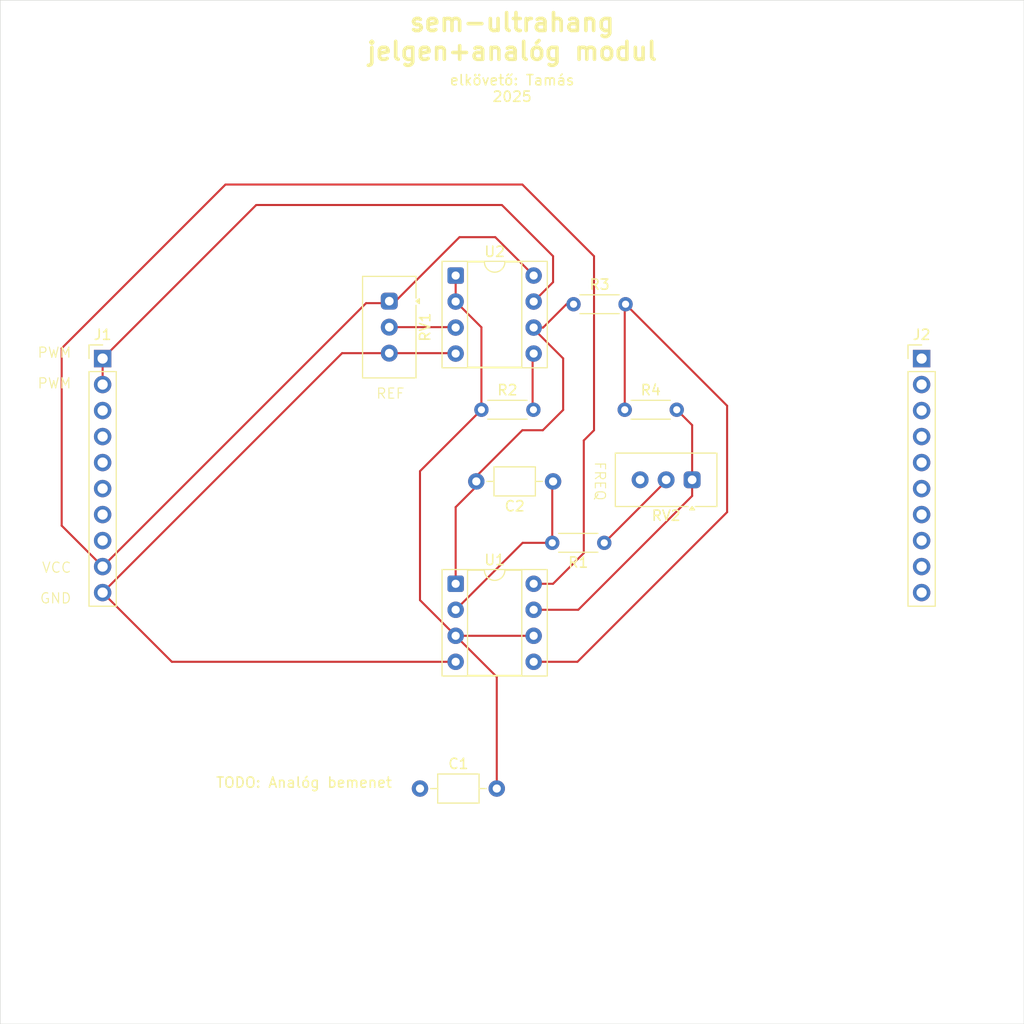
<source format=kicad_pcb>
(kicad_pcb (version 20241229) (generator "pcbnew") (generator_version "9.0")
  (title_block (title "Jelgenerátor és analóg modul") (date "2025-08-23") (rev "1"))
  (layers (0 "F.Cu" signal) (2 "B.Cu" signal) (13 "F.Paste" user) (15 "B.Paste" user) (5 "F.SilkS" user "F.Silkscreen") (7 "B.SilkS" user "B.Silkscreen") (1 "F.Mask" user) (3 "B.Mask" user) (25 "Edge.Cuts" user))
  (net 0 "")
  (net 1 "/analog_input")
  (net 2 "/VREF")
  (net 3 "/triangle_out")
  (net 4 "Net-(U1A--)")
  (net 13 "/pwm_out")
  (net 14 "Net-(R1-Pad1)")
  (net 15 "Net-(U2B-+)")
  (net 16 "Net-(U1B-+)")
  (net 17 "/square_out")
  (net 18 "Net-(U2A-+)")
  (net 26 "VCC")
  (net 27 "GND")
  (footprint "Resistor_THT:R_Axial_DIN0204_L3.6mm_D1.6mm_P5.08mm_Horizontal" (layer "F.Cu") (at 79 73 180)
    (property "Reference" "R1" (at 2.54 -1.92 0) (layer "F.SilkS"))
    (property "Value" "2,4k")
    (fp_line (start 0.62 0.92) (end 4.46 0.92) (stroke (width 0.12)) (layer "F.SilkS"))
    (fp_line (start 0.62 -0.92) (end 4.46 -0.92) (stroke (width 0.12)) (layer "F.SilkS"))
    (pad "1" thru_hole circle (at 0 0 180) (size 1.4 1.4) (drill 0.7) (layers "*.Cu" "*.Mask") (net 14 "Net-(R1-Pad1)"))
    (pad "2" thru_hole oval (at 5.08 0 180) (size 1.4 1.4) (drill 0.7) (layers "*.Cu" "*.Mask") (net 4 "Net-(U1A--)"))
  )
  (footprint "Resistor_THT:R_Axial_DIN0204_L3.6mm_D1.6mm_P5.08mm_Horizontal" (layer "F.Cu") (at 76 49.692)
    (property "Reference" "R3" (at 2.54 -1.92 0) (layer "F.SilkS"))
    (property "Value" "1k")
    (fp_line (start 0.62 -0.92) (end 4.46 -0.92) (stroke (width 0.12)) (layer "F.SilkS"))
    (fp_line (start 0.62 0.92) (end 4.46 0.92) (stroke (width 0.12)) (layer "F.SilkS"))
    (pad "1" thru_hole circle (at 0 0) (size 1.4 1.4) (drill 0.7) (layers "*.Cu" "*.Mask") (net 3 "/triangle_out"))
    (pad "2" thru_hole oval (at 5.08 0) (size 1.4 1.4) (drill 0.7) (layers "*.Cu" "*.Mask") (net 16 "Net-(U1B-+)"))
  )
  (footprint "Resistor_THT:R_Axial_DIN0204_L3.6mm_D1.6mm_P5.08mm_Horizontal" (layer "F.Cu") (at 67 60)
    (property "Reference" "R2" (at 2.54 -1.92 0) (layer "F.SilkS"))
    (property "Value" "1k")
    (fp_line (start 0.62 -0.92) (end 4.46 -0.92) (stroke (width 0.12)) (layer "F.SilkS"))
    (fp_line (start 0.62 0.92) (end 4.46 0.92) (stroke (width 0.12)) (layer "F.SilkS"))
    (pad "1" thru_hole circle (at 0 0) (size 1.4 1.4) (drill 0.7) (layers "*.Cu" "*.Mask") (net 2 "/VREF"))
    (pad "2" thru_hole oval (at 5.08 0) (size 1.4 1.4) (drill 0.7) (layers "*.Cu" "*.Mask") (net 15 "Net-(U2B-+)"))
  )
  (footprint "Potentiometer_THT:Potentiometer_Vishay_T93YA_Vertical" (layer "F.Cu") (at 58 49.392 -90)
    (property "Reference" "RV1" (at 2.54 -3.5 90) (layer "F.SilkS"))
    (property "Value" "R_Potentiometer")
    (fp_line (start -2.42 2.61) (end 7.5 2.61) (stroke (width 0.12)) (layer "F.SilkS"))
    (fp_line (start -2.42 -2.61) (end -2.42 2.61) (stroke (width 0.12)) (layer "F.SilkS"))
    (fp_line (start -2.42 -2.61) (end -0.3 -2.61) (stroke (width 0.12)) (layer "F.SilkS"))
    (fp_line (start 0.4 -2.61) (end 7.5 -2.61) (stroke (width 0.12)) (layer "F.SilkS"))
    (fp_line (start 7.5 -2.61) (end 7.5 2.61) (stroke (width 0.12)) (layer "F.SilkS"))
    (fp_poly (pts (xy 0 -2.61) (xy -0.24 -2.94) (xy 0.24 -2.94) (xy 0 -2.61)) (stroke (width 0.12)) (fill yes) (layer "F.SilkS"))
    (pad "1" thru_hole roundrect (at 0 0 270) (size 1.65 1.65) (drill 0.85) (layers "*.Cu" "*.Mask") (net 26 "VCC"))
    (pad "2" thru_hole circle (at 2.54 0 270) (size 1.65 1.65) (drill 0.85) (layers "*.Cu" "*.Mask") (net 18 "Net-(U2A-+)"))
    (pad "3" thru_hole circle (at 5.08 0 270) (size 1.65 1.65) (drill 0.85) (layers "*.Cu" "*.Mask") (net 27 "GND"))
  )
  (footprint "Connector_PinHeader_2.54mm:PinHeader_1x10_P2.54mm_Vertical" (layer "F.Cu") (at 30 55)
    (property "Reference" "J1" (at 0 -2.33 0) (layer "F.SilkS"))
    (property "Value" "Conn_01x10_Socket")
    (fp_line (start -1.33 -1.33) (end 0 -1.33) (stroke (width 0.12)) (layer "F.SilkS"))
    (fp_line (start -1.33 0) (end -1.33 -1.33) (stroke (width 0.12)) (layer "F.SilkS"))
    (fp_line (start -1.33 1.27) (end -1.33 24.19) (stroke (width 0.12)) (layer "F.SilkS"))
    (fp_line (start -1.33 1.27) (end 1.33 1.27) (stroke (width 0.12)) (layer "F.SilkS"))
    (fp_line (start -1.33 24.19) (end 1.33 24.19) (stroke (width 0.12)) (layer "F.SilkS"))
    (fp_line (start 1.33 1.27) (end 1.33 24.19) (stroke (width 0.12)) (layer "F.SilkS"))
    (pad "1" thru_hole rect (at 0 0) (size 1.7 1.7) (drill 1) (layers "*.Cu" "*.Mask") (net 13 "/pwm_out"))
    (pad "2" thru_hole oval (at 0 2.54) (size 1.7 1.7) (drill 1) (layers "*.Cu" "*.Mask") (net 13 "/pwm_out"))
    (pad "3" thru_hole oval (at 0 5.08) (size 1.7 1.7) (drill 1) (layers "*.Cu" "*.Mask"))
    (pad "4" thru_hole oval (at 0 7.62) (size 1.7 1.7) (drill 1) (layers "*.Cu" "*.Mask"))
    (pad "5" thru_hole oval (at 0 10.16) (size 1.7 1.7) (drill 1) (layers "*.Cu" "*.Mask"))
    (pad "6" thru_hole oval (at 0 12.7) (size 1.7 1.7) (drill 1) (layers "*.Cu" "*.Mask"))
    (pad "7" thru_hole oval (at 0 15.24) (size 1.7 1.7) (drill 1) (layers "*.Cu" "*.Mask"))
    (pad "8" thru_hole oval (at 0 17.78) (size 1.7 1.7) (drill 1) (layers "*.Cu" "*.Mask"))
    (pad "9" thru_hole oval (at 0 20.32) (size 1.7 1.7) (drill 1) (layers "*.Cu" "*.Mask") (net 26 "VCC"))
    (pad "10" thru_hole oval (at 0 22.86) (size 1.7 1.7) (drill 1) (layers "*.Cu" "*.Mask") (net 27 "GND"))
  )
  (footprint "Package_DIP:DIP-8_W7.62mm_Socket" (layer "F.Cu") (at 64.484 77)
    (property "Reference" "U1" (at 3.81 -2.33 0) (layer "F.SilkS"))
    (property "Value" "TL072")
    (fp_line (start 1.16 -1.33) (end 1.16 8.95) (stroke (width 0.12)) (layer "F.SilkS"))
    (fp_line (start 1.16 8.95) (end 6.46 8.95) (stroke (width 0.12)) (layer "F.SilkS"))
    (fp_line (start 2.81 -1.33) (end 1.16 -1.33) (stroke (width 0.12)) (layer "F.SilkS"))
    (fp_line (start 6.46 -1.33) (end 4.81 -1.33) (stroke (width 0.12)) (layer "F.SilkS"))
    (fp_line (start 6.46 8.95) (end 6.46 -1.33) (stroke (width 0.12)) (layer "F.SilkS"))
    (fp_rect (start -1.33 -1.39) (end 8.95 9.01) (stroke (width 0.12)) (fill no) (layer "F.SilkS"))
    (fp_arc (start 4.81 -1.33) (mid 3.81 -0.33) (end 2.81 -1.33) (stroke (width 0.12)) (layer "F.SilkS"))
    (pad "1" thru_hole roundrect (at 0 0) (size 1.6 1.6) (drill 0.8) (layers "*.Cu" "*.Mask") (roundrect_rratio 0.15625) (net 3 "/triangle_out"))
    (pad "2" thru_hole circle (at 0 2.54) (size 1.6 1.6) (drill 0.8) (layers "*.Cu" "*.Mask") (net 4 "Net-(U1A--)"))
    (pad "3" thru_hole circle (at 0 5.08) (size 1.6 1.6) (drill 0.8) (layers "*.Cu" "*.Mask") (net 2 "/VREF"))
    (pad "4" thru_hole circle (at 0 7.62) (size 1.6 1.6) (drill 0.8) (layers "*.Cu" "*.Mask") (net 27 "GND"))
    (pad "5" thru_hole circle (at 7.62 7.62) (size 1.6 1.6) (drill 0.8) (layers "*.Cu" "*.Mask") (net 16 "Net-(U1B-+)"))
    (pad "6" thru_hole circle (at 7.62 5.08) (size 1.6 1.6) (drill 0.8) (layers "*.Cu" "*.Mask") (net 2 "/VREF"))
    (pad "7" thru_hole circle (at 7.62 2.54) (size 1.6 1.6) (drill 0.8) (layers "*.Cu" "*.Mask") (net 17 "/square_out"))
    (pad "8" thru_hole circle (at 7.62 0) (size 1.6 1.6) (drill 0.8) (layers "*.Cu" "*.Mask") (net 26 "VCC"))
  )
  (footprint "Capacitor_THT:C_Axial_L3.8mm_D2.6mm_P7.50mm_Horizontal" (layer "F.Cu") (at 61 97)
    (property "Reference" "C1" (at 3.75 -2.42 0) (layer "F.SilkS"))
    (property "Value" "100n")
    (fp_line (start 1.04 0) (end 1.73 0) (stroke (width 0.12)) (layer "F.SilkS"))
    (fp_line (start 1.73 -1.42) (end 1.73 1.42) (stroke (width 0.12)) (layer "F.SilkS"))
    (fp_line (start 1.73 1.42) (end 5.77 1.42) (stroke (width 0.12)) (layer "F.SilkS"))
    (fp_line (start 5.77 -1.42) (end 1.73 -1.42) (stroke (width 0.12)) (layer "F.SilkS"))
    (fp_line (start 5.77 1.42) (end 5.77 -1.42) (stroke (width 0.12)) (layer "F.SilkS"))
    (fp_line (start 6.46 0) (end 5.77 0) (stroke (width 0.12)) (layer "F.SilkS"))
    (pad "1" thru_hole circle (at 0 0) (size 1.6 1.6) (drill 0.8) (layers "*.Cu" "*.Mask") (net 1 "/analog_input"))
    (pad "2" thru_hole oval (at 7.5 0) (size 1.6 1.6) (drill 0.8) (layers "*.Cu" "*.Mask") (net 2 "/VREF"))
  )
  (footprint "Package_DIP:DIP-8_W7.62mm_Socket" (layer "F.Cu") (at 64.484 46.892)
    (property "Reference" "U2" (at 3.81 -2.33 0) (layer "F.SilkS"))
    (property "Value" "TL072")
    (fp_line (start 1.16 -1.33) (end 1.16 8.95) (stroke (width 0.12)) (layer "F.SilkS"))
    (fp_line (start 1.16 8.95) (end 6.46 8.95) (stroke (width 0.12)) (layer "F.SilkS"))
    (fp_line (start 2.81 -1.33) (end 1.16 -1.33) (stroke (width 0.12)) (layer "F.SilkS"))
    (fp_line (start 6.46 -1.33) (end 4.81 -1.33) (stroke (width 0.12)) (layer "F.SilkS"))
    (fp_line (start 6.46 8.95) (end 6.46 -1.33) (stroke (width 0.12)) (layer "F.SilkS"))
    (fp_rect (start -1.33 -1.39) (end 8.95 9.01) (stroke (width 0.12)) (fill no) (layer "F.SilkS"))
    (fp_arc (start 4.81 -1.33) (mid 3.81 -0.33) (end 2.81 -1.33) (stroke (width 0.12)) (layer "F.SilkS"))
    (pad "1" thru_hole roundrect (at 0 0) (size 1.6 1.6) (drill 0.8) (layers "*.Cu" "*.Mask") (roundrect_rratio 0.15625) (net 2 "/VREF"))
    (pad "2" thru_hole circle (at 0 2.54) (size 1.6 1.6) (drill 0.8) (layers "*.Cu" "*.Mask") (net 2 "/VREF"))
    (pad "3" thru_hole circle (at 0 5.08) (size 1.6 1.6) (drill 0.8) (layers "*.Cu" "*.Mask") (net 18 "Net-(U2A-+)"))
    (pad "4" thru_hole circle (at 0 7.62) (size 1.6 1.6) (drill 0.8) (layers "*.Cu" "*.Mask") (net 27 "GND"))
    (pad "5" thru_hole circle (at 7.62 7.62) (size 1.6 1.6) (drill 0.8) (layers "*.Cu" "*.Mask") (net 15 "Net-(U2B-+)"))
    (pad "6" thru_hole circle (at 7.62 5.08) (size 1.6 1.6) (drill 0.8) (layers "*.Cu" "*.Mask") (net 3 "/triangle_out"))
    (pad "7" thru_hole circle (at 7.62 2.54) (size 1.6 1.6) (drill 0.8) (layers "*.Cu" "*.Mask") (net 13 "/pwm_out"))
    (pad "8" thru_hole circle (at 7.62 0) (size 1.6 1.6) (drill 0.8) (layers "*.Cu" "*.Mask") (net 26 "VCC"))
  )
  (footprint "Capacitor_THT:C_Axial_L3.8mm_D2.6mm_P7.50mm_Horizontal" (layer "F.Cu") (at 74 67 180)
    (property "Reference" "C2" (at 3.75 -2.42 0) (layer "F.SilkS"))
    (property "Value" "3,2n")
    (fp_line (start 6.46 0) (end 5.77 0) (stroke (width 0.12)) (layer "F.SilkS"))
    (fp_line (start 5.77 1.42) (end 5.77 -1.42) (stroke (width 0.12)) (layer "F.SilkS"))
    (fp_line (start 5.77 -1.42) (end 1.73 -1.42) (stroke (width 0.12)) (layer "F.SilkS"))
    (fp_line (start 1.73 1.42) (end 5.77 1.42) (stroke (width 0.12)) (layer "F.SilkS"))
    (fp_line (start 1.73 -1.42) (end 1.73 1.42) (stroke (width 0.12)) (layer "F.SilkS"))
    (fp_line (start 1.04 0) (end 1.73 0) (stroke (width 0.12)) (layer "F.SilkS"))
    (pad "1" thru_hole circle (at 0 0 180) (size 1.6 1.6) (drill 0.8) (layers "*.Cu" "*.Mask") (net 4 "Net-(U1A--)"))
    (pad "2" thru_hole oval (at 7.5 0 180) (size 1.6 1.6) (drill 0.8) (layers "*.Cu" "*.Mask") (net 3 "/triangle_out"))
  )
  (footprint "Connector_PinHeader_2.54mm:PinHeader_1x10_P2.54mm_Vertical" (layer "F.Cu") (at 110 55)
    (property "Reference" "J2" (at 0 -2.33 0) (layer "F.SilkS"))
    (property "Value" "Conn_01x10_Socket")
    (fp_line (start -1.33 -1.33) (end 0 -1.33) (stroke (width 0.12)) (layer "F.SilkS"))
    (fp_line (start -1.33 0) (end -1.33 -1.33) (stroke (width 0.12)) (layer "F.SilkS"))
    (fp_line (start -1.33 1.27) (end -1.33 24.19) (stroke (width 0.12)) (layer "F.SilkS"))
    (fp_line (start -1.33 1.27) (end 1.33 1.27) (stroke (width 0.12)) (layer "F.SilkS"))
    (fp_line (start -1.33 24.19) (end 1.33 24.19) (stroke (width 0.12)) (layer "F.SilkS"))
    (fp_line (start 1.33 1.27) (end 1.33 24.19) (stroke (width 0.12)) (layer "F.SilkS"))
    (pad "1" thru_hole rect (at 0 0) (size 1.7 1.7) (drill 1) (layers "*.Cu" "*.Mask"))
    (pad "2" thru_hole oval (at 0 2.54) (size 1.7 1.7) (drill 1) (layers "*.Cu" "*.Mask"))
    (pad "3" thru_hole oval (at 0 5.08) (size 1.7 1.7) (drill 1) (layers "*.Cu" "*.Mask"))
    (pad "4" thru_hole oval (at 0 7.62) (size 1.7 1.7) (drill 1) (layers "*.Cu" "*.Mask"))
    (pad "5" thru_hole oval (at 0 10.16) (size 1.7 1.7) (drill 1) (layers "*.Cu" "*.Mask"))
    (pad "6" thru_hole oval (at 0 12.7) (size 1.7 1.7) (drill 1) (layers "*.Cu" "*.Mask"))
    (pad "7" thru_hole oval (at 0 15.24) (size 1.7 1.7) (drill 1) (layers "*.Cu" "*.Mask"))
    (pad "8" thru_hole oval (at 0 17.78) (size 1.7 1.7) (drill 1) (layers "*.Cu" "*.Mask"))
    (pad "9" thru_hole oval (at 0 20.32) (size 1.7 1.7) (drill 1) (layers "*.Cu" "*.Mask"))
    (pad "10" thru_hole oval (at 0 22.86) (size 1.7 1.7) (drill 1) (layers "*.Cu" "*.Mask"))
  )
  (footprint "Resistor_THT:R_Axial_DIN0204_L3.6mm_D1.6mm_P5.08mm_Horizontal" (layer "F.Cu") (at 81 60)
    (property "Reference" "R4" (at 2.54 -1.92 0) (layer "F.SilkS"))
    (property "Value" "2k")
    (fp_line (start 0.62 -0.92) (end 4.46 -0.92) (stroke (width 0.12)) (layer "F.SilkS"))
    (fp_line (start 0.62 0.92) (end 4.46 0.92) (stroke (width 0.12)) (layer "F.SilkS"))
    (pad "1" thru_hole circle (at 0 0) (size 1.4 1.4) (drill 0.7) (layers "*.Cu" "*.Mask") (net 16 "Net-(U1B-+)"))
    (pad "2" thru_hole oval (at 5.08 0) (size 1.4 1.4) (drill 0.7) (layers "*.Cu" "*.Mask") (net 17 "/square_out"))
  )
  (footprint "Potentiometer_THT:Potentiometer_Vishay_T93YA_Vertical" (layer "F.Cu") (at 87.584 66.842262 180)
    (property "Reference" "RV2" (at 2.54 -3.5 0) (layer "F.SilkS"))
    (property "Value" "R_Potentiometer")
    (fp_line (start 7.5 -2.61) (end 7.5 2.61) (stroke (width 0.12)) (layer "F.SilkS"))
    (fp_line (start 0.4 -2.61) (end 7.5 -2.61) (stroke (width 0.12)) (layer "F.SilkS"))
    (fp_line (start -2.42 2.61) (end 7.5 2.61) (stroke (width 0.12)) (layer "F.SilkS"))
    (fp_line (start -2.42 -2.61) (end -0.3 -2.61) (stroke (width 0.12)) (layer "F.SilkS"))
    (fp_line (start -2.42 -2.61) (end -2.42 2.61) (stroke (width 0.12)) (layer "F.SilkS"))
    (fp_poly (pts (xy 0 -2.61) (xy -0.24 -2.94) (xy 0.24 -2.94) (xy 0 -2.61)) (stroke (width 0.12)) (fill yes) (layer "F.SilkS"))
    (pad "1" thru_hole roundrect (at 0 0 180) (size 1.65 1.65) (drill 0.85) (layers "*.Cu" "*.Mask") (net 17 "/square_out"))
    (pad "2" thru_hole circle (at 2.54 0 180) (size 1.65 1.65) (drill 0.85) (layers "*.Cu" "*.Mask") (net 14 "Net-(R1-Pad1)"))
    (pad "3" thru_hole circle (at 5.08 0 180) (size 1.65 1.65) (drill 0.85) (layers "*.Cu" "*.Mask"))
  )
  (gr_rect (start 20 20) (end 120 120) (stroke (width 0.05)) (fill no) (layer "Edge.Cuts"))
  (gr_text "PWM" (at 27 58 0) (layer "F.SilkS") (effects (font (size 1 1) (thickness 0.1)) (justify right bottom)))
  (gr_text "TODO: Analóg bemenet" (at 41 97 0) (layer "F.SilkS") (effects (font (size 1 1)) (justify left bottom)))
  (gr_text "sem-ultrahang\njelgen+analóg modul" (at 70 26 0) (layer "F.SilkS") (effects (font (size 1.75 1.75) (thickness 0.35) (bold yes)) (justify bottom)))
  (gr_text "elkövető: Tamás\n2025" (at 70 30 0) (layer "F.SilkS") (effects (font (size 1 1)) (justify bottom)))
  (gr_text "FREQ" (at 78 65 270) (layer "F.SilkS") (effects (font (size 1 1) (thickness 0.1)) (justify left bottom)))
  (gr_text "GND\n" (at 27 79 0) (layer "F.SilkS") (effects (font (size 1 1) (thickness 0.1)) (justify right bottom)))
  (gr_text "REF" (at 58.1125 59 0) (layer "F.SilkS") (effects (font (size 1 1) (thickness 0.1)) (justify bottom)))
  (gr_text "PWM" (at 27 55 0) (layer "F.SilkS") (effects (font (size 1 1) (thickness 0.1)) (justify right bottom)))
  (gr_text "VCC" (at 27 76 0) (layer "F.SilkS") (effects (font (size 1 1) (thickness 0.1)) (justify right bottom)))
  (segment (start 61 78.596) (end 61 66) (width 0.2) (layer "F.Cu") (net 2))
  (segment (start 61 66) (end 67 60) (width 0.2) (layer "F.Cu") (net 2))
  (segment (start 68.5 86.096) (end 68.5 97) (width 0.2) (layer "F.Cu") (net 2))
  (segment (start 64.484 82.08) (end 61 78.596) (width 0.2) (layer "F.Cu") (net 2))
  (segment (start 64.484 82.08) (end 68.5 86.096) (width 0.2) (layer "F.Cu") (net 2))
  (segment (start 64.484 46.892) (end 64.484 49.432) (width 0.2) (layer "F.Cu") (net 2))
  (segment (start 64.484 82.08) (end 72.104 82.08) (width 0.2) (layer "F.Cu") (net 2))
  (segment (start 64.484 49.432) (end 67 51.948) (width 0.2) (layer "F.Cu") (net 2))
  (segment (start 67 51.948) (end 67 60) (width 0.2) (layer "F.Cu") (net 2))
  (segment (start 66.5 66.5) (end 71 62) (width 0.2) (layer "F.Cu") (net 3))
  (segment (start 64.484 69.516) (end 64.484 77) (width 0.2) (layer "F.Cu") (net 3))
  (segment (start 74.984 60.016) (end 74.984 54.984) (width 0.2) (layer "F.Cu") (net 3))
  (segment (start 72.104 51.972) (end 73.028 51.972) (width 0.2) (layer "F.Cu") (net 3))
  (segment (start 66.5 67) (end 66.5 67.5) (width 0.2) (layer "F.Cu") (net 3))
  (segment (start 66.5 67.5) (end 64.484 69.516) (width 0.2) (layer "F.Cu") (net 3))
  (segment (start 72.104 52.104) (end 72.104 51.972) (width 0.2) (layer "F.Cu") (net 3))
  (segment (start 73.028 51.972) (end 75.308 49.692) (width 0.2) (layer "F.Cu") (net 3))
  (segment (start 71 62) (end 73 62) (width 0.2) (layer "F.Cu") (net 3))
  (segment (start 75.308 49.692) (end 76 49.692) (width 0.2) (layer "F.Cu") (net 3))
  (segment (start 74.984 54.984) (end 72.104 52.104) (width 0.2) (layer "F.Cu") (net 3))
  (segment (start 73 62) (end 74.984 60.016) (width 0.2) (layer "F.Cu") (net 3))
  (segment (start 66.5 67) (end 66.5 66.5) (width 0.2) (layer "F.Cu") (net 3))
  (segment (start 73.92 73) (end 73.92 67.08) (width 0.2) (layer "F.Cu") (net 4))
  (segment (start 73.92 67.08) (end 74 67) (width 0.2) (layer "F.Cu") (net 4))
  (segment (start 73.92 73) (end 71.024 73) (width 0.2) (layer "F.Cu") (net 4))
  (segment (start 71.024 73) (end 64.484 79.54) (width 0.2) (layer "F.Cu") (net 4))
  (segment (start 69 40) (end 74 45) (width 0.2) (layer "F.Cu") (net 13))
  (segment (start 74 45) (end 74 47.536) (width 0.2) (layer "F.Cu") (net 13))
  (segment (start 30 55) (end 30 57.54) (width 0.2) (layer "F.Cu") (net 13))
  (segment (start 30 55) (end 45 40) (width 0.2) (layer "F.Cu") (net 13))
  (segment (start 45 40) (end 69 40) (width 0.2) (layer "F.Cu") (net 13))
  (segment (start 74 47.536) (end 72.104 49.432) (width 0.2) (layer "F.Cu") (net 13))
  (segment (start 84.898 67.102) (end 79 73) (width 0.2) (layer "F.Cu") (net 14))
  (segment (start 84.984 67.102) (end 84.898 67.102) (width 0.2) (layer "F.Cu") (net 14))
  (segment (start 85.044 67.042) (end 84.984 67.102) (width 0.2) (layer "F.Cu") (net 14))
  (segment (start 72 59.92) (end 72 54.616) (width 0.2) (layer "F.Cu") (net 15))
  (segment (start 72 54.616) (end 72.104 54.512) (width 0.2) (layer "F.Cu") (net 15))
  (segment (start 72.08 60) (end 72 59.92) (width 0.2) (layer "F.Cu") (net 15))
  (segment (start 72.104 84.62) (end 76.38 84.62) (width 0.2) (layer "F.Cu") (net 16))
  (segment (start 91 70) (end 91 59.612) (width 0.2) (layer "F.Cu") (net 16))
  (segment (start 76.38 84.62) (end 91 70) (width 0.2) (layer "F.Cu") (net 16))
  (segment (start 81 49.772) (end 81.08 49.692) (width 0.2) (layer "F.Cu") (net 16))
  (segment (start 81 60) (end 81 49.772) (width 0.2) (layer "F.Cu") (net 16))
  (segment (start 91 59.612) (end 81.08 49.692) (width 0.2) (layer "F.Cu") (net 16))
  (segment (start 76.46 79.54) (end 72.104 79.54) (width 0.2) (layer "F.Cu") (net 17))
  (segment (start 87.584 68.416) (end 76.46 79.54) (width 0.2) (layer "F.Cu") (net 17))
  (segment (start 87.584 66.842262) (end 87.584 68.416) (width 0.2) (layer "F.Cu") (net 17))
  (segment (start 87.584 61.504) (end 86.08 60) (width 0.2) (layer "F.Cu") (net 17))
  (segment (start 87.584 66.842262) (end 87.584 61.504) (width 0.2) (layer "F.Cu") (net 17))
  (segment (start 58 51.932) (end 64.444 51.932) (width 0.2) (layer "F.Cu") (net 18))
  (segment (start 64.444 51.932) (end 64.484 51.972) (width 0.2) (layer "F.Cu") (net 18))
  (segment (start 78 45) (end 71 38) (width 0.2) (layer "F.Cu") (net 26))
  (segment (start 74 77) (end 77 74) (width 0.2) (layer "F.Cu") (net 26))
  (segment (start 78 62) (end 78 45) (width 0.2) (layer "F.Cu") (net 26))
  (segment (start 68.354 43.142) (end 72.104 46.892) (width 0.2) (layer "F.Cu") (net 26))
  (segment (start 57.806 49.586) (end 58 49.392) (width 0.2) (layer "F.Cu") (net 26))
  (segment (start 77 63) (end 78 62) (width 0.2) (layer "F.Cu") (net 26))
  (segment (start 42 38) (end 26 54) (width 0.2) (layer "F.Cu") (net 26))
  (segment (start 30 75.32) (end 55.734 49.586) (width 0.2) (layer "F.Cu") (net 26))
  (segment (start 71 38) (end 42 38) (width 0.2) (layer "F.Cu") (net 26))
  (segment (start 64.858 43.142) (end 68.354 43.142) (width 0.2) (layer "F.Cu") (net 26))
  (segment (start 72.104 77) (end 74 77) (width 0.2) (layer "F.Cu") (net 26))
  (segment (start 26 54) (end 26 71.32) (width 0.2) (layer "F.Cu") (net 26))
  (segment (start 58.608 49.392) (end 64.858 43.142) (width 0.2) (layer "F.Cu") (net 26))
  (segment (start 26 71.32) (end 30 75.32) (width 0.2) (layer "F.Cu") (net 26))
  (segment (start 77 74) (end 77 63) (width 0.2) (layer "F.Cu") (net 26))
  (segment (start 55.734 49.586) (end 57.806 49.586) (width 0.2) (layer "F.Cu") (net 26))
  (segment (start 58 49.392) (end 58.608 49.392) (width 0.2) (layer "F.Cu") (net 26))
  (segment (start 30 77.86) (end 53.388 54.472) (width 0.2) (layer "F.Cu") (net 27))
  (segment (start 64.484 84.62) (end 36.76 84.62) (width 0.2) (layer "F.Cu") (net 27))
  (segment (start 58 54.472) (end 64.444 54.472) (width 0.2) (layer "F.Cu") (net 27))
  (segment (start 64.444 54.472) (end 64.484 54.512) (width 0.2) (layer "F.Cu") (net 27))
  (segment (start 36.76 84.62) (end 30 77.86) (width 0.2) (layer "F.Cu") (net 27))
  (segment (start 53.388 54.472) (end 58 54.472) (width 0.2) (layer "F.Cu") (net 27))
)
</source>
